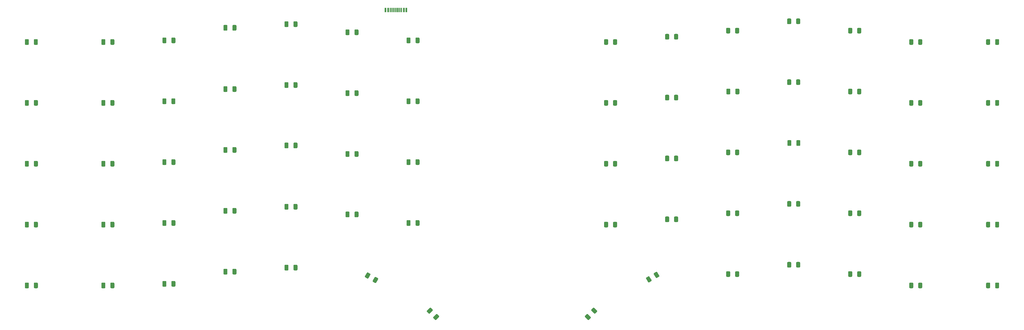
<source format=gbr>
%TF.GenerationSoftware,KiCad,Pcbnew,(5.1.10)-1*%
%TF.CreationDate,2021-08-08T19:29:01+02:00*%
%TF.ProjectId,T1,54312e6b-6963-4616-945f-706362585858,rev?*%
%TF.SameCoordinates,Original*%
%TF.FileFunction,Paste,Top*%
%TF.FilePolarity,Positive*%
%FSLAX46Y46*%
G04 Gerber Fmt 4.6, Leading zero omitted, Abs format (unit mm)*
G04 Created by KiCad (PCBNEW (5.1.10)-1) date 2021-08-08 19:29:01*
%MOMM*%
%LPD*%
G01*
G04 APERTURE LIST*
%ADD10R,0.600000X1.450000*%
%ADD11R,0.300000X1.450000*%
G04 APERTURE END LIST*
%TO.C,D68*%
G36*
G01*
X288181750Y-99990750D02*
X288181750Y-101240750D01*
G75*
G02*
X287931750Y-101490750I-250000J0D01*
G01*
X287181750Y-101490750D01*
G75*
G02*
X286931750Y-101240750I0J250000D01*
G01*
X286931750Y-99990750D01*
G75*
G02*
X287181750Y-99740750I250000J0D01*
G01*
X287931750Y-99740750D01*
G75*
G02*
X288181750Y-99990750I0J-250000D01*
G01*
G37*
G36*
G01*
X290981750Y-99990750D02*
X290981750Y-101240750D01*
G75*
G02*
X290731750Y-101490750I-250000J0D01*
G01*
X289981750Y-101490750D01*
G75*
G02*
X289731750Y-101240750I0J250000D01*
G01*
X289731750Y-99990750D01*
G75*
G02*
X289981750Y-99740750I250000J0D01*
G01*
X290731750Y-99740750D01*
G75*
G02*
X290981750Y-99990750I0J-250000D01*
G01*
G37*
%TD*%
%TO.C,D60*%
G36*
G01*
X245125750Y-134534750D02*
X245125750Y-135784750D01*
G75*
G02*
X244875750Y-136034750I-250000J0D01*
G01*
X244125750Y-136034750D01*
G75*
G02*
X243875750Y-135784750I0J250000D01*
G01*
X243875750Y-134534750D01*
G75*
G02*
X244125750Y-134284750I250000J0D01*
G01*
X244875750Y-134284750D01*
G75*
G02*
X245125750Y-134534750I0J-250000D01*
G01*
G37*
G36*
G01*
X247925750Y-134534750D02*
X247925750Y-135784750D01*
G75*
G02*
X247675750Y-136034750I-250000J0D01*
G01*
X246925750Y-136034750D01*
G75*
G02*
X246675750Y-135784750I0J250000D01*
G01*
X246675750Y-134534750D01*
G75*
G02*
X246925750Y-134284750I250000J0D01*
G01*
X247675750Y-134284750D01*
G75*
G02*
X247925750Y-134534750I0J-250000D01*
G01*
G37*
%TD*%
%TO.C,D45*%
G36*
G01*
X181858644Y-135959984D02*
X182483644Y-137042516D01*
G75*
G02*
X182392138Y-137384022I-216506J-125000D01*
G01*
X181742618Y-137759022D01*
G75*
G02*
X181401112Y-137667516I-125000J216506D01*
G01*
X180776112Y-136584984D01*
G75*
G02*
X180867618Y-136243478I216506J125000D01*
G01*
X181517138Y-135868478D01*
G75*
G02*
X181858644Y-135959984I125000J-216506D01*
G01*
G37*
G36*
G01*
X184283516Y-134559984D02*
X184908516Y-135642516D01*
G75*
G02*
X184817010Y-135984022I-216506J-125000D01*
G01*
X184167490Y-136359022D01*
G75*
G02*
X183825984Y-136267516I-125000J216506D01*
G01*
X183200984Y-135184984D01*
G75*
G02*
X183292490Y-134843478I216506J125000D01*
G01*
X183942010Y-134468478D01*
G75*
G02*
X184283516Y-134559984I125000J-216506D01*
G01*
G37*
%TD*%
D10*
%TO.C,J1*%
X99461250Y-52527250D03*
X100261250Y-52527250D03*
X105161250Y-52527250D03*
X105961250Y-52527250D03*
X105961250Y-52527250D03*
X105161250Y-52527250D03*
X100261250Y-52527250D03*
X99461250Y-52527250D03*
D11*
X104461250Y-52527250D03*
X103961250Y-52527250D03*
X103461250Y-52527250D03*
X102461250Y-52527250D03*
X101961250Y-52527250D03*
X101461250Y-52527250D03*
X100961250Y-52527250D03*
X102961250Y-52527250D03*
%TD*%
%TO.C,D70*%
G36*
G01*
X288181750Y-138090750D02*
X288181750Y-139340750D01*
G75*
G02*
X287931750Y-139590750I-250000J0D01*
G01*
X287181750Y-139590750D01*
G75*
G02*
X286931750Y-139340750I0J250000D01*
G01*
X286931750Y-138090750D01*
G75*
G02*
X287181750Y-137840750I250000J0D01*
G01*
X287931750Y-137840750D01*
G75*
G02*
X288181750Y-138090750I0J-250000D01*
G01*
G37*
G36*
G01*
X290981750Y-138090750D02*
X290981750Y-139340750D01*
G75*
G02*
X290731750Y-139590750I-250000J0D01*
G01*
X289981750Y-139590750D01*
G75*
G02*
X289731750Y-139340750I0J250000D01*
G01*
X289731750Y-138090750D01*
G75*
G02*
X289981750Y-137840750I250000J0D01*
G01*
X290731750Y-137840750D01*
G75*
G02*
X290981750Y-138090750I0J-250000D01*
G01*
G37*
%TD*%
%TO.C,D69*%
G36*
G01*
X288181750Y-119040750D02*
X288181750Y-120290750D01*
G75*
G02*
X287931750Y-120540750I-250000J0D01*
G01*
X287181750Y-120540750D01*
G75*
G02*
X286931750Y-120290750I0J250000D01*
G01*
X286931750Y-119040750D01*
G75*
G02*
X287181750Y-118790750I250000J0D01*
G01*
X287931750Y-118790750D01*
G75*
G02*
X288181750Y-119040750I0J-250000D01*
G01*
G37*
G36*
G01*
X290981750Y-119040750D02*
X290981750Y-120290750D01*
G75*
G02*
X290731750Y-120540750I-250000J0D01*
G01*
X289981750Y-120540750D01*
G75*
G02*
X289731750Y-120290750I0J250000D01*
G01*
X289731750Y-119040750D01*
G75*
G02*
X289981750Y-118790750I250000J0D01*
G01*
X290731750Y-118790750D01*
G75*
G02*
X290981750Y-119040750I0J-250000D01*
G01*
G37*
%TD*%
%TO.C,D67*%
G36*
G01*
X288181750Y-80940750D02*
X288181750Y-82190750D01*
G75*
G02*
X287931750Y-82440750I-250000J0D01*
G01*
X287181750Y-82440750D01*
G75*
G02*
X286931750Y-82190750I0J250000D01*
G01*
X286931750Y-80940750D01*
G75*
G02*
X287181750Y-80690750I250000J0D01*
G01*
X287931750Y-80690750D01*
G75*
G02*
X288181750Y-80940750I0J-250000D01*
G01*
G37*
G36*
G01*
X290981750Y-80940750D02*
X290981750Y-82190750D01*
G75*
G02*
X290731750Y-82440750I-250000J0D01*
G01*
X289981750Y-82440750D01*
G75*
G02*
X289731750Y-82190750I0J250000D01*
G01*
X289731750Y-80940750D01*
G75*
G02*
X289981750Y-80690750I250000J0D01*
G01*
X290731750Y-80690750D01*
G75*
G02*
X290981750Y-80940750I0J-250000D01*
G01*
G37*
%TD*%
%TO.C,D66*%
G36*
G01*
X288181750Y-61890750D02*
X288181750Y-63140750D01*
G75*
G02*
X287931750Y-63390750I-250000J0D01*
G01*
X287181750Y-63390750D01*
G75*
G02*
X286931750Y-63140750I0J250000D01*
G01*
X286931750Y-61890750D01*
G75*
G02*
X287181750Y-61640750I250000J0D01*
G01*
X287931750Y-61640750D01*
G75*
G02*
X288181750Y-61890750I0J-250000D01*
G01*
G37*
G36*
G01*
X290981750Y-61890750D02*
X290981750Y-63140750D01*
G75*
G02*
X290731750Y-63390750I-250000J0D01*
G01*
X289981750Y-63390750D01*
G75*
G02*
X289731750Y-63140750I0J250000D01*
G01*
X289731750Y-61890750D01*
G75*
G02*
X289981750Y-61640750I250000J0D01*
G01*
X290731750Y-61640750D01*
G75*
G02*
X290981750Y-61890750I0J-250000D01*
G01*
G37*
%TD*%
%TO.C,D65*%
G36*
G01*
X264178750Y-138090750D02*
X264178750Y-139340750D01*
G75*
G02*
X263928750Y-139590750I-250000J0D01*
G01*
X263178750Y-139590750D01*
G75*
G02*
X262928750Y-139340750I0J250000D01*
G01*
X262928750Y-138090750D01*
G75*
G02*
X263178750Y-137840750I250000J0D01*
G01*
X263928750Y-137840750D01*
G75*
G02*
X264178750Y-138090750I0J-250000D01*
G01*
G37*
G36*
G01*
X266978750Y-138090750D02*
X266978750Y-139340750D01*
G75*
G02*
X266728750Y-139590750I-250000J0D01*
G01*
X265978750Y-139590750D01*
G75*
G02*
X265728750Y-139340750I0J250000D01*
G01*
X265728750Y-138090750D01*
G75*
G02*
X265978750Y-137840750I250000J0D01*
G01*
X266728750Y-137840750D01*
G75*
G02*
X266978750Y-138090750I0J-250000D01*
G01*
G37*
%TD*%
%TO.C,D64*%
G36*
G01*
X264178750Y-119040750D02*
X264178750Y-120290750D01*
G75*
G02*
X263928750Y-120540750I-250000J0D01*
G01*
X263178750Y-120540750D01*
G75*
G02*
X262928750Y-120290750I0J250000D01*
G01*
X262928750Y-119040750D01*
G75*
G02*
X263178750Y-118790750I250000J0D01*
G01*
X263928750Y-118790750D01*
G75*
G02*
X264178750Y-119040750I0J-250000D01*
G01*
G37*
G36*
G01*
X266978750Y-119040750D02*
X266978750Y-120290750D01*
G75*
G02*
X266728750Y-120540750I-250000J0D01*
G01*
X265978750Y-120540750D01*
G75*
G02*
X265728750Y-120290750I0J250000D01*
G01*
X265728750Y-119040750D01*
G75*
G02*
X265978750Y-118790750I250000J0D01*
G01*
X266728750Y-118790750D01*
G75*
G02*
X266978750Y-119040750I0J-250000D01*
G01*
G37*
%TD*%
%TO.C,D63*%
G36*
G01*
X264175750Y-99990750D02*
X264175750Y-101240750D01*
G75*
G02*
X263925750Y-101490750I-250000J0D01*
G01*
X263175750Y-101490750D01*
G75*
G02*
X262925750Y-101240750I0J250000D01*
G01*
X262925750Y-99990750D01*
G75*
G02*
X263175750Y-99740750I250000J0D01*
G01*
X263925750Y-99740750D01*
G75*
G02*
X264175750Y-99990750I0J-250000D01*
G01*
G37*
G36*
G01*
X266975750Y-99990750D02*
X266975750Y-101240750D01*
G75*
G02*
X266725750Y-101490750I-250000J0D01*
G01*
X265975750Y-101490750D01*
G75*
G02*
X265725750Y-101240750I0J250000D01*
G01*
X265725750Y-99990750D01*
G75*
G02*
X265975750Y-99740750I250000J0D01*
G01*
X266725750Y-99740750D01*
G75*
G02*
X266975750Y-99990750I0J-250000D01*
G01*
G37*
%TD*%
%TO.C,D62*%
G36*
G01*
X264178750Y-80940750D02*
X264178750Y-82190750D01*
G75*
G02*
X263928750Y-82440750I-250000J0D01*
G01*
X263178750Y-82440750D01*
G75*
G02*
X262928750Y-82190750I0J250000D01*
G01*
X262928750Y-80940750D01*
G75*
G02*
X263178750Y-80690750I250000J0D01*
G01*
X263928750Y-80690750D01*
G75*
G02*
X264178750Y-80940750I0J-250000D01*
G01*
G37*
G36*
G01*
X266978750Y-80940750D02*
X266978750Y-82190750D01*
G75*
G02*
X266728750Y-82440750I-250000J0D01*
G01*
X265978750Y-82440750D01*
G75*
G02*
X265728750Y-82190750I0J250000D01*
G01*
X265728750Y-80940750D01*
G75*
G02*
X265978750Y-80690750I250000J0D01*
G01*
X266728750Y-80690750D01*
G75*
G02*
X266978750Y-80940750I0J-250000D01*
G01*
G37*
%TD*%
%TO.C,D61*%
G36*
G01*
X264178750Y-61890750D02*
X264178750Y-63140750D01*
G75*
G02*
X263928750Y-63390750I-250000J0D01*
G01*
X263178750Y-63390750D01*
G75*
G02*
X262928750Y-63140750I0J250000D01*
G01*
X262928750Y-61890750D01*
G75*
G02*
X263178750Y-61640750I250000J0D01*
G01*
X263928750Y-61640750D01*
G75*
G02*
X264178750Y-61890750I0J-250000D01*
G01*
G37*
G36*
G01*
X266978750Y-61890750D02*
X266978750Y-63140750D01*
G75*
G02*
X266728750Y-63390750I-250000J0D01*
G01*
X265978750Y-63390750D01*
G75*
G02*
X265728750Y-63140750I0J250000D01*
G01*
X265728750Y-61890750D01*
G75*
G02*
X265978750Y-61640750I250000J0D01*
G01*
X266728750Y-61640750D01*
G75*
G02*
X266978750Y-61890750I0J-250000D01*
G01*
G37*
%TD*%
%TO.C,D59*%
G36*
G01*
X245128750Y-115484750D02*
X245128750Y-116734750D01*
G75*
G02*
X244878750Y-116984750I-250000J0D01*
G01*
X244128750Y-116984750D01*
G75*
G02*
X243878750Y-116734750I0J250000D01*
G01*
X243878750Y-115484750D01*
G75*
G02*
X244128750Y-115234750I250000J0D01*
G01*
X244878750Y-115234750D01*
G75*
G02*
X245128750Y-115484750I0J-250000D01*
G01*
G37*
G36*
G01*
X247928750Y-115484750D02*
X247928750Y-116734750D01*
G75*
G02*
X247678750Y-116984750I-250000J0D01*
G01*
X246928750Y-116984750D01*
G75*
G02*
X246678750Y-116734750I0J250000D01*
G01*
X246678750Y-115484750D01*
G75*
G02*
X246928750Y-115234750I250000J0D01*
G01*
X247678750Y-115234750D01*
G75*
G02*
X247928750Y-115484750I0J-250000D01*
G01*
G37*
%TD*%
%TO.C,D58*%
G36*
G01*
X245128750Y-96434750D02*
X245128750Y-97684750D01*
G75*
G02*
X244878750Y-97934750I-250000J0D01*
G01*
X244128750Y-97934750D01*
G75*
G02*
X243878750Y-97684750I0J250000D01*
G01*
X243878750Y-96434750D01*
G75*
G02*
X244128750Y-96184750I250000J0D01*
G01*
X244878750Y-96184750D01*
G75*
G02*
X245128750Y-96434750I0J-250000D01*
G01*
G37*
G36*
G01*
X247928750Y-96434750D02*
X247928750Y-97684750D01*
G75*
G02*
X247678750Y-97934750I-250000J0D01*
G01*
X246928750Y-97934750D01*
G75*
G02*
X246678750Y-97684750I0J250000D01*
G01*
X246678750Y-96434750D01*
G75*
G02*
X246928750Y-96184750I250000J0D01*
G01*
X247678750Y-96184750D01*
G75*
G02*
X247928750Y-96434750I0J-250000D01*
G01*
G37*
%TD*%
%TO.C,D57*%
G36*
G01*
X245128750Y-77384750D02*
X245128750Y-78634750D01*
G75*
G02*
X244878750Y-78884750I-250000J0D01*
G01*
X244128750Y-78884750D01*
G75*
G02*
X243878750Y-78634750I0J250000D01*
G01*
X243878750Y-77384750D01*
G75*
G02*
X244128750Y-77134750I250000J0D01*
G01*
X244878750Y-77134750D01*
G75*
G02*
X245128750Y-77384750I0J-250000D01*
G01*
G37*
G36*
G01*
X247928750Y-77384750D02*
X247928750Y-78634750D01*
G75*
G02*
X247678750Y-78884750I-250000J0D01*
G01*
X246928750Y-78884750D01*
G75*
G02*
X246678750Y-78634750I0J250000D01*
G01*
X246678750Y-77384750D01*
G75*
G02*
X246928750Y-77134750I250000J0D01*
G01*
X247678750Y-77134750D01*
G75*
G02*
X247928750Y-77384750I0J-250000D01*
G01*
G37*
%TD*%
%TO.C,D56*%
G36*
G01*
X245128750Y-58334750D02*
X245128750Y-59584750D01*
G75*
G02*
X244878750Y-59834750I-250000J0D01*
G01*
X244128750Y-59834750D01*
G75*
G02*
X243878750Y-59584750I0J250000D01*
G01*
X243878750Y-58334750D01*
G75*
G02*
X244128750Y-58084750I250000J0D01*
G01*
X244878750Y-58084750D01*
G75*
G02*
X245128750Y-58334750I0J-250000D01*
G01*
G37*
G36*
G01*
X247928750Y-58334750D02*
X247928750Y-59584750D01*
G75*
G02*
X247678750Y-59834750I-250000J0D01*
G01*
X246928750Y-59834750D01*
G75*
G02*
X246678750Y-59584750I0J250000D01*
G01*
X246678750Y-58334750D01*
G75*
G02*
X246928750Y-58084750I250000J0D01*
G01*
X247678750Y-58084750D01*
G75*
G02*
X247928750Y-58334750I0J-250000D01*
G01*
G37*
%TD*%
%TO.C,D55*%
G36*
G01*
X226078750Y-131613750D02*
X226078750Y-132863750D01*
G75*
G02*
X225828750Y-133113750I-250000J0D01*
G01*
X225078750Y-133113750D01*
G75*
G02*
X224828750Y-132863750I0J250000D01*
G01*
X224828750Y-131613750D01*
G75*
G02*
X225078750Y-131363750I250000J0D01*
G01*
X225828750Y-131363750D01*
G75*
G02*
X226078750Y-131613750I0J-250000D01*
G01*
G37*
G36*
G01*
X228878750Y-131613750D02*
X228878750Y-132863750D01*
G75*
G02*
X228628750Y-133113750I-250000J0D01*
G01*
X227878750Y-133113750D01*
G75*
G02*
X227628750Y-132863750I0J250000D01*
G01*
X227628750Y-131613750D01*
G75*
G02*
X227878750Y-131363750I250000J0D01*
G01*
X228628750Y-131363750D01*
G75*
G02*
X228878750Y-131613750I0J-250000D01*
G01*
G37*
%TD*%
%TO.C,D54*%
G36*
G01*
X226078750Y-112563750D02*
X226078750Y-113813750D01*
G75*
G02*
X225828750Y-114063750I-250000J0D01*
G01*
X225078750Y-114063750D01*
G75*
G02*
X224828750Y-113813750I0J250000D01*
G01*
X224828750Y-112563750D01*
G75*
G02*
X225078750Y-112313750I250000J0D01*
G01*
X225828750Y-112313750D01*
G75*
G02*
X226078750Y-112563750I0J-250000D01*
G01*
G37*
G36*
G01*
X228878750Y-112563750D02*
X228878750Y-113813750D01*
G75*
G02*
X228628750Y-114063750I-250000J0D01*
G01*
X227878750Y-114063750D01*
G75*
G02*
X227628750Y-113813750I0J250000D01*
G01*
X227628750Y-112563750D01*
G75*
G02*
X227878750Y-112313750I250000J0D01*
G01*
X228628750Y-112313750D01*
G75*
G02*
X228878750Y-112563750I0J-250000D01*
G01*
G37*
%TD*%
%TO.C,D53*%
G36*
G01*
X226139250Y-93513750D02*
X226139250Y-94763750D01*
G75*
G02*
X225889250Y-95013750I-250000J0D01*
G01*
X225139250Y-95013750D01*
G75*
G02*
X224889250Y-94763750I0J250000D01*
G01*
X224889250Y-93513750D01*
G75*
G02*
X225139250Y-93263750I250000J0D01*
G01*
X225889250Y-93263750D01*
G75*
G02*
X226139250Y-93513750I0J-250000D01*
G01*
G37*
G36*
G01*
X228939250Y-93513750D02*
X228939250Y-94763750D01*
G75*
G02*
X228689250Y-95013750I-250000J0D01*
G01*
X227939250Y-95013750D01*
G75*
G02*
X227689250Y-94763750I0J250000D01*
G01*
X227689250Y-93513750D01*
G75*
G02*
X227939250Y-93263750I250000J0D01*
G01*
X228689250Y-93263750D01*
G75*
G02*
X228939250Y-93513750I0J-250000D01*
G01*
G37*
%TD*%
%TO.C,D52*%
G36*
G01*
X226078750Y-74463750D02*
X226078750Y-75713750D01*
G75*
G02*
X225828750Y-75963750I-250000J0D01*
G01*
X225078750Y-75963750D01*
G75*
G02*
X224828750Y-75713750I0J250000D01*
G01*
X224828750Y-74463750D01*
G75*
G02*
X225078750Y-74213750I250000J0D01*
G01*
X225828750Y-74213750D01*
G75*
G02*
X226078750Y-74463750I0J-250000D01*
G01*
G37*
G36*
G01*
X228878750Y-74463750D02*
X228878750Y-75713750D01*
G75*
G02*
X228628750Y-75963750I-250000J0D01*
G01*
X227878750Y-75963750D01*
G75*
G02*
X227628750Y-75713750I0J250000D01*
G01*
X227628750Y-74463750D01*
G75*
G02*
X227878750Y-74213750I250000J0D01*
G01*
X228628750Y-74213750D01*
G75*
G02*
X228878750Y-74463750I0J-250000D01*
G01*
G37*
%TD*%
%TO.C,D51*%
G36*
G01*
X226075750Y-55413750D02*
X226075750Y-56663750D01*
G75*
G02*
X225825750Y-56913750I-250000J0D01*
G01*
X225075750Y-56913750D01*
G75*
G02*
X224825750Y-56663750I0J250000D01*
G01*
X224825750Y-55413750D01*
G75*
G02*
X225075750Y-55163750I250000J0D01*
G01*
X225825750Y-55163750D01*
G75*
G02*
X226075750Y-55413750I0J-250000D01*
G01*
G37*
G36*
G01*
X228875750Y-55413750D02*
X228875750Y-56663750D01*
G75*
G02*
X228625750Y-56913750I-250000J0D01*
G01*
X227875750Y-56913750D01*
G75*
G02*
X227625750Y-56663750I0J250000D01*
G01*
X227625750Y-55413750D01*
G75*
G02*
X227875750Y-55163750I250000J0D01*
G01*
X228625750Y-55163750D01*
G75*
G02*
X228875750Y-55413750I0J-250000D01*
G01*
G37*
%TD*%
%TO.C,D50*%
G36*
G01*
X207028750Y-134534750D02*
X207028750Y-135784750D01*
G75*
G02*
X206778750Y-136034750I-250000J0D01*
G01*
X206028750Y-136034750D01*
G75*
G02*
X205778750Y-135784750I0J250000D01*
G01*
X205778750Y-134534750D01*
G75*
G02*
X206028750Y-134284750I250000J0D01*
G01*
X206778750Y-134284750D01*
G75*
G02*
X207028750Y-134534750I0J-250000D01*
G01*
G37*
G36*
G01*
X209828750Y-134534750D02*
X209828750Y-135784750D01*
G75*
G02*
X209578750Y-136034750I-250000J0D01*
G01*
X208828750Y-136034750D01*
G75*
G02*
X208578750Y-135784750I0J250000D01*
G01*
X208578750Y-134534750D01*
G75*
G02*
X208828750Y-134284750I250000J0D01*
G01*
X209578750Y-134284750D01*
G75*
G02*
X209828750Y-134534750I0J-250000D01*
G01*
G37*
%TD*%
%TO.C,D49*%
G36*
G01*
X207028750Y-115484750D02*
X207028750Y-116734750D01*
G75*
G02*
X206778750Y-116984750I-250000J0D01*
G01*
X206028750Y-116984750D01*
G75*
G02*
X205778750Y-116734750I0J250000D01*
G01*
X205778750Y-115484750D01*
G75*
G02*
X206028750Y-115234750I250000J0D01*
G01*
X206778750Y-115234750D01*
G75*
G02*
X207028750Y-115484750I0J-250000D01*
G01*
G37*
G36*
G01*
X209828750Y-115484750D02*
X209828750Y-116734750D01*
G75*
G02*
X209578750Y-116984750I-250000J0D01*
G01*
X208828750Y-116984750D01*
G75*
G02*
X208578750Y-116734750I0J250000D01*
G01*
X208578750Y-115484750D01*
G75*
G02*
X208828750Y-115234750I250000J0D01*
G01*
X209578750Y-115234750D01*
G75*
G02*
X209828750Y-115484750I0J-250000D01*
G01*
G37*
%TD*%
%TO.C,D48*%
G36*
G01*
X207028750Y-96434750D02*
X207028750Y-97684750D01*
G75*
G02*
X206778750Y-97934750I-250000J0D01*
G01*
X206028750Y-97934750D01*
G75*
G02*
X205778750Y-97684750I0J250000D01*
G01*
X205778750Y-96434750D01*
G75*
G02*
X206028750Y-96184750I250000J0D01*
G01*
X206778750Y-96184750D01*
G75*
G02*
X207028750Y-96434750I0J-250000D01*
G01*
G37*
G36*
G01*
X209828750Y-96434750D02*
X209828750Y-97684750D01*
G75*
G02*
X209578750Y-97934750I-250000J0D01*
G01*
X208828750Y-97934750D01*
G75*
G02*
X208578750Y-97684750I0J250000D01*
G01*
X208578750Y-96434750D01*
G75*
G02*
X208828750Y-96184750I250000J0D01*
G01*
X209578750Y-96184750D01*
G75*
G02*
X209828750Y-96434750I0J-250000D01*
G01*
G37*
%TD*%
%TO.C,D47*%
G36*
G01*
X207092250Y-77384750D02*
X207092250Y-78634750D01*
G75*
G02*
X206842250Y-78884750I-250000J0D01*
G01*
X206092250Y-78884750D01*
G75*
G02*
X205842250Y-78634750I0J250000D01*
G01*
X205842250Y-77384750D01*
G75*
G02*
X206092250Y-77134750I250000J0D01*
G01*
X206842250Y-77134750D01*
G75*
G02*
X207092250Y-77384750I0J-250000D01*
G01*
G37*
G36*
G01*
X209892250Y-77384750D02*
X209892250Y-78634750D01*
G75*
G02*
X209642250Y-78884750I-250000J0D01*
G01*
X208892250Y-78884750D01*
G75*
G02*
X208642250Y-78634750I0J250000D01*
G01*
X208642250Y-77384750D01*
G75*
G02*
X208892250Y-77134750I250000J0D01*
G01*
X209642250Y-77134750D01*
G75*
G02*
X209892250Y-77384750I0J-250000D01*
G01*
G37*
%TD*%
%TO.C,D46*%
G36*
G01*
X207028750Y-58334750D02*
X207028750Y-59584750D01*
G75*
G02*
X206778750Y-59834750I-250000J0D01*
G01*
X206028750Y-59834750D01*
G75*
G02*
X205778750Y-59584750I0J250000D01*
G01*
X205778750Y-58334750D01*
G75*
G02*
X206028750Y-58084750I250000J0D01*
G01*
X206778750Y-58084750D01*
G75*
G02*
X207028750Y-58334750I0J-250000D01*
G01*
G37*
G36*
G01*
X209828750Y-58334750D02*
X209828750Y-59584750D01*
G75*
G02*
X209578750Y-59834750I-250000J0D01*
G01*
X208828750Y-59834750D01*
G75*
G02*
X208578750Y-59584750I0J250000D01*
G01*
X208578750Y-58334750D01*
G75*
G02*
X208828750Y-58084750I250000J0D01*
G01*
X209578750Y-58084750D01*
G75*
G02*
X209828750Y-58334750I0J-250000D01*
G01*
G37*
%TD*%
%TO.C,D44*%
G36*
G01*
X187978750Y-117389750D02*
X187978750Y-118639750D01*
G75*
G02*
X187728750Y-118889750I-250000J0D01*
G01*
X186978750Y-118889750D01*
G75*
G02*
X186728750Y-118639750I0J250000D01*
G01*
X186728750Y-117389750D01*
G75*
G02*
X186978750Y-117139750I250000J0D01*
G01*
X187728750Y-117139750D01*
G75*
G02*
X187978750Y-117389750I0J-250000D01*
G01*
G37*
G36*
G01*
X190778750Y-117389750D02*
X190778750Y-118639750D01*
G75*
G02*
X190528750Y-118889750I-250000J0D01*
G01*
X189778750Y-118889750D01*
G75*
G02*
X189528750Y-118639750I0J250000D01*
G01*
X189528750Y-117389750D01*
G75*
G02*
X189778750Y-117139750I250000J0D01*
G01*
X190528750Y-117139750D01*
G75*
G02*
X190778750Y-117389750I0J-250000D01*
G01*
G37*
%TD*%
%TO.C,D43*%
G36*
G01*
X187978750Y-98339750D02*
X187978750Y-99589750D01*
G75*
G02*
X187728750Y-99839750I-250000J0D01*
G01*
X186978750Y-99839750D01*
G75*
G02*
X186728750Y-99589750I0J250000D01*
G01*
X186728750Y-98339750D01*
G75*
G02*
X186978750Y-98089750I250000J0D01*
G01*
X187728750Y-98089750D01*
G75*
G02*
X187978750Y-98339750I0J-250000D01*
G01*
G37*
G36*
G01*
X190778750Y-98339750D02*
X190778750Y-99589750D01*
G75*
G02*
X190528750Y-99839750I-250000J0D01*
G01*
X189778750Y-99839750D01*
G75*
G02*
X189528750Y-99589750I0J250000D01*
G01*
X189528750Y-98339750D01*
G75*
G02*
X189778750Y-98089750I250000J0D01*
G01*
X190528750Y-98089750D01*
G75*
G02*
X190778750Y-98339750I0J-250000D01*
G01*
G37*
%TD*%
%TO.C,D42*%
G36*
G01*
X187978750Y-79289750D02*
X187978750Y-80539750D01*
G75*
G02*
X187728750Y-80789750I-250000J0D01*
G01*
X186978750Y-80789750D01*
G75*
G02*
X186728750Y-80539750I0J250000D01*
G01*
X186728750Y-79289750D01*
G75*
G02*
X186978750Y-79039750I250000J0D01*
G01*
X187728750Y-79039750D01*
G75*
G02*
X187978750Y-79289750I0J-250000D01*
G01*
G37*
G36*
G01*
X190778750Y-79289750D02*
X190778750Y-80539750D01*
G75*
G02*
X190528750Y-80789750I-250000J0D01*
G01*
X189778750Y-80789750D01*
G75*
G02*
X189528750Y-80539750I0J250000D01*
G01*
X189528750Y-79289750D01*
G75*
G02*
X189778750Y-79039750I250000J0D01*
G01*
X190528750Y-79039750D01*
G75*
G02*
X190778750Y-79289750I0J-250000D01*
G01*
G37*
%TD*%
%TO.C,D41*%
G36*
G01*
X187978750Y-60239750D02*
X187978750Y-61489750D01*
G75*
G02*
X187728750Y-61739750I-250000J0D01*
G01*
X186978750Y-61739750D01*
G75*
G02*
X186728750Y-61489750I0J250000D01*
G01*
X186728750Y-60239750D01*
G75*
G02*
X186978750Y-59989750I250000J0D01*
G01*
X187728750Y-59989750D01*
G75*
G02*
X187978750Y-60239750I0J-250000D01*
G01*
G37*
G36*
G01*
X190778750Y-60239750D02*
X190778750Y-61489750D01*
G75*
G02*
X190528750Y-61739750I-250000J0D01*
G01*
X189778750Y-61739750D01*
G75*
G02*
X189528750Y-61489750I0J250000D01*
G01*
X189528750Y-60239750D01*
G75*
G02*
X189778750Y-59989750I250000J0D01*
G01*
X190528750Y-59989750D01*
G75*
G02*
X190778750Y-60239750I0J-250000D01*
G01*
G37*
%TD*%
%TO.C,D40*%
G36*
G01*
X162617801Y-147711815D02*
X163501685Y-148595699D01*
G75*
G02*
X163501685Y-148949253I-176777J-176777D01*
G01*
X162971355Y-149479583D01*
G75*
G02*
X162617801Y-149479583I-176777J176777D01*
G01*
X161733917Y-148595699D01*
G75*
G02*
X161733917Y-148242145I176777J176777D01*
G01*
X162264247Y-147711815D01*
G75*
G02*
X162617801Y-147711815I176777J-176777D01*
G01*
G37*
G36*
G01*
X164597699Y-145731917D02*
X165481583Y-146615801D01*
G75*
G02*
X165481583Y-146969355I-176777J-176777D01*
G01*
X164951253Y-147499685D01*
G75*
G02*
X164597699Y-147499685I-176777J176777D01*
G01*
X163713815Y-146615801D01*
G75*
G02*
X163713815Y-146262247I176777J176777D01*
G01*
X164244145Y-145731917D01*
G75*
G02*
X164597699Y-145731917I176777J-176777D01*
G01*
G37*
%TD*%
%TO.C,D39*%
G36*
G01*
X168928750Y-119040750D02*
X168928750Y-120290750D01*
G75*
G02*
X168678750Y-120540750I-250000J0D01*
G01*
X167928750Y-120540750D01*
G75*
G02*
X167678750Y-120290750I0J250000D01*
G01*
X167678750Y-119040750D01*
G75*
G02*
X167928750Y-118790750I250000J0D01*
G01*
X168678750Y-118790750D01*
G75*
G02*
X168928750Y-119040750I0J-250000D01*
G01*
G37*
G36*
G01*
X171728750Y-119040750D02*
X171728750Y-120290750D01*
G75*
G02*
X171478750Y-120540750I-250000J0D01*
G01*
X170728750Y-120540750D01*
G75*
G02*
X170478750Y-120290750I0J250000D01*
G01*
X170478750Y-119040750D01*
G75*
G02*
X170728750Y-118790750I250000J0D01*
G01*
X171478750Y-118790750D01*
G75*
G02*
X171728750Y-119040750I0J-250000D01*
G01*
G37*
%TD*%
%TO.C,D38*%
G36*
G01*
X168928750Y-99990750D02*
X168928750Y-101240750D01*
G75*
G02*
X168678750Y-101490750I-250000J0D01*
G01*
X167928750Y-101490750D01*
G75*
G02*
X167678750Y-101240750I0J250000D01*
G01*
X167678750Y-99990750D01*
G75*
G02*
X167928750Y-99740750I250000J0D01*
G01*
X168678750Y-99740750D01*
G75*
G02*
X168928750Y-99990750I0J-250000D01*
G01*
G37*
G36*
G01*
X171728750Y-99990750D02*
X171728750Y-101240750D01*
G75*
G02*
X171478750Y-101490750I-250000J0D01*
G01*
X170728750Y-101490750D01*
G75*
G02*
X170478750Y-101240750I0J250000D01*
G01*
X170478750Y-99990750D01*
G75*
G02*
X170728750Y-99740750I250000J0D01*
G01*
X171478750Y-99740750D01*
G75*
G02*
X171728750Y-99990750I0J-250000D01*
G01*
G37*
%TD*%
%TO.C,D37*%
G36*
G01*
X168928750Y-80940750D02*
X168928750Y-82190750D01*
G75*
G02*
X168678750Y-82440750I-250000J0D01*
G01*
X167928750Y-82440750D01*
G75*
G02*
X167678750Y-82190750I0J250000D01*
G01*
X167678750Y-80940750D01*
G75*
G02*
X167928750Y-80690750I250000J0D01*
G01*
X168678750Y-80690750D01*
G75*
G02*
X168928750Y-80940750I0J-250000D01*
G01*
G37*
G36*
G01*
X171728750Y-80940750D02*
X171728750Y-82190750D01*
G75*
G02*
X171478750Y-82440750I-250000J0D01*
G01*
X170728750Y-82440750D01*
G75*
G02*
X170478750Y-82190750I0J250000D01*
G01*
X170478750Y-80940750D01*
G75*
G02*
X170728750Y-80690750I250000J0D01*
G01*
X171478750Y-80690750D01*
G75*
G02*
X171728750Y-80940750I0J-250000D01*
G01*
G37*
%TD*%
%TO.C,D36*%
G36*
G01*
X168928750Y-61890750D02*
X168928750Y-63140750D01*
G75*
G02*
X168678750Y-63390750I-250000J0D01*
G01*
X167928750Y-63390750D01*
G75*
G02*
X167678750Y-63140750I0J250000D01*
G01*
X167678750Y-61890750D01*
G75*
G02*
X167928750Y-61640750I250000J0D01*
G01*
X168678750Y-61640750D01*
G75*
G02*
X168928750Y-61890750I0J-250000D01*
G01*
G37*
G36*
G01*
X171728750Y-61890750D02*
X171728750Y-63140750D01*
G75*
G02*
X171478750Y-63390750I-250000J0D01*
G01*
X170728750Y-63390750D01*
G75*
G02*
X170478750Y-63140750I0J250000D01*
G01*
X170478750Y-61890750D01*
G75*
G02*
X170728750Y-61640750I250000J0D01*
G01*
X171478750Y-61640750D01*
G75*
G02*
X171728750Y-61890750I0J-250000D01*
G01*
G37*
%TD*%
%TO.C,D35*%
G36*
G01*
X114374315Y-148595699D02*
X115258199Y-147711815D01*
G75*
G02*
X115611753Y-147711815I176777J-176777D01*
G01*
X116142083Y-148242145D01*
G75*
G02*
X116142083Y-148595699I-176777J-176777D01*
G01*
X115258199Y-149479583D01*
G75*
G02*
X114904645Y-149479583I-176777J176777D01*
G01*
X114374315Y-148949253D01*
G75*
G02*
X114374315Y-148595699I176777J176777D01*
G01*
G37*
G36*
G01*
X112394417Y-146615801D02*
X113278301Y-145731917D01*
G75*
G02*
X113631855Y-145731917I176777J-176777D01*
G01*
X114162185Y-146262247D01*
G75*
G02*
X114162185Y-146615801I-176777J-176777D01*
G01*
X113278301Y-147499685D01*
G75*
G02*
X112924747Y-147499685I-176777J176777D01*
G01*
X112394417Y-146969355D01*
G75*
G02*
X112394417Y-146615801I176777J176777D01*
G01*
G37*
%TD*%
%TO.C,D34*%
G36*
G01*
X108820250Y-119782750D02*
X108820250Y-118532750D01*
G75*
G02*
X109070250Y-118282750I250000J0D01*
G01*
X109820250Y-118282750D01*
G75*
G02*
X110070250Y-118532750I0J-250000D01*
G01*
X110070250Y-119782750D01*
G75*
G02*
X109820250Y-120032750I-250000J0D01*
G01*
X109070250Y-120032750D01*
G75*
G02*
X108820250Y-119782750I0J250000D01*
G01*
G37*
G36*
G01*
X106020250Y-119782750D02*
X106020250Y-118532750D01*
G75*
G02*
X106270250Y-118282750I250000J0D01*
G01*
X107020250Y-118282750D01*
G75*
G02*
X107270250Y-118532750I0J-250000D01*
G01*
X107270250Y-119782750D01*
G75*
G02*
X107020250Y-120032750I-250000J0D01*
G01*
X106270250Y-120032750D01*
G75*
G02*
X106020250Y-119782750I0J250000D01*
G01*
G37*
%TD*%
%TO.C,D33*%
G36*
G01*
X108820250Y-100732750D02*
X108820250Y-99482750D01*
G75*
G02*
X109070250Y-99232750I250000J0D01*
G01*
X109820250Y-99232750D01*
G75*
G02*
X110070250Y-99482750I0J-250000D01*
G01*
X110070250Y-100732750D01*
G75*
G02*
X109820250Y-100982750I-250000J0D01*
G01*
X109070250Y-100982750D01*
G75*
G02*
X108820250Y-100732750I0J250000D01*
G01*
G37*
G36*
G01*
X106020250Y-100732750D02*
X106020250Y-99482750D01*
G75*
G02*
X106270250Y-99232750I250000J0D01*
G01*
X107020250Y-99232750D01*
G75*
G02*
X107270250Y-99482750I0J-250000D01*
G01*
X107270250Y-100732750D01*
G75*
G02*
X107020250Y-100982750I-250000J0D01*
G01*
X106270250Y-100982750D01*
G75*
G02*
X106020250Y-100732750I0J250000D01*
G01*
G37*
%TD*%
%TO.C,D32*%
G36*
G01*
X108820250Y-81682750D02*
X108820250Y-80432750D01*
G75*
G02*
X109070250Y-80182750I250000J0D01*
G01*
X109820250Y-80182750D01*
G75*
G02*
X110070250Y-80432750I0J-250000D01*
G01*
X110070250Y-81682750D01*
G75*
G02*
X109820250Y-81932750I-250000J0D01*
G01*
X109070250Y-81932750D01*
G75*
G02*
X108820250Y-81682750I0J250000D01*
G01*
G37*
G36*
G01*
X106020250Y-81682750D02*
X106020250Y-80432750D01*
G75*
G02*
X106270250Y-80182750I250000J0D01*
G01*
X107020250Y-80182750D01*
G75*
G02*
X107270250Y-80432750I0J-250000D01*
G01*
X107270250Y-81682750D01*
G75*
G02*
X107020250Y-81932750I-250000J0D01*
G01*
X106270250Y-81932750D01*
G75*
G02*
X106020250Y-81682750I0J250000D01*
G01*
G37*
%TD*%
%TO.C,D31*%
G36*
G01*
X108820250Y-62632750D02*
X108820250Y-61382750D01*
G75*
G02*
X109070250Y-61132750I250000J0D01*
G01*
X109820250Y-61132750D01*
G75*
G02*
X110070250Y-61382750I0J-250000D01*
G01*
X110070250Y-62632750D01*
G75*
G02*
X109820250Y-62882750I-250000J0D01*
G01*
X109070250Y-62882750D01*
G75*
G02*
X108820250Y-62632750I0J250000D01*
G01*
G37*
G36*
G01*
X106020250Y-62632750D02*
X106020250Y-61382750D01*
G75*
G02*
X106270250Y-61132750I250000J0D01*
G01*
X107020250Y-61132750D01*
G75*
G02*
X107270250Y-61382750I0J-250000D01*
G01*
X107270250Y-62632750D01*
G75*
G02*
X107020250Y-62882750I-250000J0D01*
G01*
X106270250Y-62882750D01*
G75*
G02*
X106020250Y-62632750I0J250000D01*
G01*
G37*
%TD*%
%TO.C,D30*%
G36*
G01*
X95449920Y-137231516D02*
X96074920Y-136148984D01*
G75*
G02*
X96416426Y-136057478I216506J-125000D01*
G01*
X97065946Y-136432478D01*
G75*
G02*
X97157452Y-136773984I-125000J-216506D01*
G01*
X96532452Y-137856516D01*
G75*
G02*
X96190946Y-137948022I-216506J125000D01*
G01*
X95541426Y-137573022D01*
G75*
G02*
X95449920Y-137231516I125000J216506D01*
G01*
G37*
G36*
G01*
X93025048Y-135831516D02*
X93650048Y-134748984D01*
G75*
G02*
X93991554Y-134657478I216506J-125000D01*
G01*
X94641074Y-135032478D01*
G75*
G02*
X94732580Y-135373984I-125000J-216506D01*
G01*
X94107580Y-136456516D01*
G75*
G02*
X93766074Y-136548022I-216506J125000D01*
G01*
X93116554Y-136173022D01*
G75*
G02*
X93025048Y-135831516I125000J216506D01*
G01*
G37*
%TD*%
%TO.C,D29*%
G36*
G01*
X89770250Y-117115750D02*
X89770250Y-115865750D01*
G75*
G02*
X90020250Y-115615750I250000J0D01*
G01*
X90770250Y-115615750D01*
G75*
G02*
X91020250Y-115865750I0J-250000D01*
G01*
X91020250Y-117115750D01*
G75*
G02*
X90770250Y-117365750I-250000J0D01*
G01*
X90020250Y-117365750D01*
G75*
G02*
X89770250Y-117115750I0J250000D01*
G01*
G37*
G36*
G01*
X86970250Y-117115750D02*
X86970250Y-115865750D01*
G75*
G02*
X87220250Y-115615750I250000J0D01*
G01*
X87970250Y-115615750D01*
G75*
G02*
X88220250Y-115865750I0J-250000D01*
G01*
X88220250Y-117115750D01*
G75*
G02*
X87970250Y-117365750I-250000J0D01*
G01*
X87220250Y-117365750D01*
G75*
G02*
X86970250Y-117115750I0J250000D01*
G01*
G37*
%TD*%
%TO.C,D28*%
G36*
G01*
X89770250Y-98192750D02*
X89770250Y-96942750D01*
G75*
G02*
X90020250Y-96692750I250000J0D01*
G01*
X90770250Y-96692750D01*
G75*
G02*
X91020250Y-96942750I0J-250000D01*
G01*
X91020250Y-98192750D01*
G75*
G02*
X90770250Y-98442750I-250000J0D01*
G01*
X90020250Y-98442750D01*
G75*
G02*
X89770250Y-98192750I0J250000D01*
G01*
G37*
G36*
G01*
X86970250Y-98192750D02*
X86970250Y-96942750D01*
G75*
G02*
X87220250Y-96692750I250000J0D01*
G01*
X87970250Y-96692750D01*
G75*
G02*
X88220250Y-96942750I0J-250000D01*
G01*
X88220250Y-98192750D01*
G75*
G02*
X87970250Y-98442750I-250000J0D01*
G01*
X87220250Y-98442750D01*
G75*
G02*
X86970250Y-98192750I0J250000D01*
G01*
G37*
%TD*%
%TO.C,D27*%
G36*
G01*
X89770250Y-79142750D02*
X89770250Y-77892750D01*
G75*
G02*
X90020250Y-77642750I250000J0D01*
G01*
X90770250Y-77642750D01*
G75*
G02*
X91020250Y-77892750I0J-250000D01*
G01*
X91020250Y-79142750D01*
G75*
G02*
X90770250Y-79392750I-250000J0D01*
G01*
X90020250Y-79392750D01*
G75*
G02*
X89770250Y-79142750I0J250000D01*
G01*
G37*
G36*
G01*
X86970250Y-79142750D02*
X86970250Y-77892750D01*
G75*
G02*
X87220250Y-77642750I250000J0D01*
G01*
X87970250Y-77642750D01*
G75*
G02*
X88220250Y-77892750I0J-250000D01*
G01*
X88220250Y-79142750D01*
G75*
G02*
X87970250Y-79392750I-250000J0D01*
G01*
X87220250Y-79392750D01*
G75*
G02*
X86970250Y-79142750I0J250000D01*
G01*
G37*
%TD*%
%TO.C,D26*%
G36*
G01*
X89770250Y-60092750D02*
X89770250Y-58842750D01*
G75*
G02*
X90020250Y-58592750I250000J0D01*
G01*
X90770250Y-58592750D01*
G75*
G02*
X91020250Y-58842750I0J-250000D01*
G01*
X91020250Y-60092750D01*
G75*
G02*
X90770250Y-60342750I-250000J0D01*
G01*
X90020250Y-60342750D01*
G75*
G02*
X89770250Y-60092750I0J250000D01*
G01*
G37*
G36*
G01*
X86970250Y-60092750D02*
X86970250Y-58842750D01*
G75*
G02*
X87220250Y-58592750I250000J0D01*
G01*
X87970250Y-58592750D01*
G75*
G02*
X88220250Y-58842750I0J-250000D01*
G01*
X88220250Y-60092750D01*
G75*
G02*
X87970250Y-60342750I-250000J0D01*
G01*
X87220250Y-60342750D01*
G75*
G02*
X86970250Y-60092750I0J250000D01*
G01*
G37*
%TD*%
%TO.C,D25*%
G36*
G01*
X70720250Y-133752750D02*
X70720250Y-132502750D01*
G75*
G02*
X70970250Y-132252750I250000J0D01*
G01*
X71720250Y-132252750D01*
G75*
G02*
X71970250Y-132502750I0J-250000D01*
G01*
X71970250Y-133752750D01*
G75*
G02*
X71720250Y-134002750I-250000J0D01*
G01*
X70970250Y-134002750D01*
G75*
G02*
X70720250Y-133752750I0J250000D01*
G01*
G37*
G36*
G01*
X67920250Y-133752750D02*
X67920250Y-132502750D01*
G75*
G02*
X68170250Y-132252750I250000J0D01*
G01*
X68920250Y-132252750D01*
G75*
G02*
X69170250Y-132502750I0J-250000D01*
G01*
X69170250Y-133752750D01*
G75*
G02*
X68920250Y-134002750I-250000J0D01*
G01*
X68170250Y-134002750D01*
G75*
G02*
X67920250Y-133752750I0J250000D01*
G01*
G37*
%TD*%
%TO.C,D24*%
G36*
G01*
X70720250Y-114702750D02*
X70720250Y-113452750D01*
G75*
G02*
X70970250Y-113202750I250000J0D01*
G01*
X71720250Y-113202750D01*
G75*
G02*
X71970250Y-113452750I0J-250000D01*
G01*
X71970250Y-114702750D01*
G75*
G02*
X71720250Y-114952750I-250000J0D01*
G01*
X70970250Y-114952750D01*
G75*
G02*
X70720250Y-114702750I0J250000D01*
G01*
G37*
G36*
G01*
X67920250Y-114702750D02*
X67920250Y-113452750D01*
G75*
G02*
X68170250Y-113202750I250000J0D01*
G01*
X68920250Y-113202750D01*
G75*
G02*
X69170250Y-113452750I0J-250000D01*
G01*
X69170250Y-114702750D01*
G75*
G02*
X68920250Y-114952750I-250000J0D01*
G01*
X68170250Y-114952750D01*
G75*
G02*
X67920250Y-114702750I0J250000D01*
G01*
G37*
%TD*%
%TO.C,D23*%
G36*
G01*
X70720250Y-95525750D02*
X70720250Y-94275750D01*
G75*
G02*
X70970250Y-94025750I250000J0D01*
G01*
X71720250Y-94025750D01*
G75*
G02*
X71970250Y-94275750I0J-250000D01*
G01*
X71970250Y-95525750D01*
G75*
G02*
X71720250Y-95775750I-250000J0D01*
G01*
X70970250Y-95775750D01*
G75*
G02*
X70720250Y-95525750I0J250000D01*
G01*
G37*
G36*
G01*
X67920250Y-95525750D02*
X67920250Y-94275750D01*
G75*
G02*
X68170250Y-94025750I250000J0D01*
G01*
X68920250Y-94025750D01*
G75*
G02*
X69170250Y-94275750I0J-250000D01*
G01*
X69170250Y-95525750D01*
G75*
G02*
X68920250Y-95775750I-250000J0D01*
G01*
X68170250Y-95775750D01*
G75*
G02*
X67920250Y-95525750I0J250000D01*
G01*
G37*
%TD*%
%TO.C,D22*%
G36*
G01*
X70720250Y-76602750D02*
X70720250Y-75352750D01*
G75*
G02*
X70970250Y-75102750I250000J0D01*
G01*
X71720250Y-75102750D01*
G75*
G02*
X71970250Y-75352750I0J-250000D01*
G01*
X71970250Y-76602750D01*
G75*
G02*
X71720250Y-76852750I-250000J0D01*
G01*
X70970250Y-76852750D01*
G75*
G02*
X70720250Y-76602750I0J250000D01*
G01*
G37*
G36*
G01*
X67920250Y-76602750D02*
X67920250Y-75352750D01*
G75*
G02*
X68170250Y-75102750I250000J0D01*
G01*
X68920250Y-75102750D01*
G75*
G02*
X69170250Y-75352750I0J-250000D01*
G01*
X69170250Y-76602750D01*
G75*
G02*
X68920250Y-76852750I-250000J0D01*
G01*
X68170250Y-76852750D01*
G75*
G02*
X67920250Y-76602750I0J250000D01*
G01*
G37*
%TD*%
%TO.C,D21*%
G36*
G01*
X70720250Y-57552750D02*
X70720250Y-56302750D01*
G75*
G02*
X70970250Y-56052750I250000J0D01*
G01*
X71720250Y-56052750D01*
G75*
G02*
X71970250Y-56302750I0J-250000D01*
G01*
X71970250Y-57552750D01*
G75*
G02*
X71720250Y-57802750I-250000J0D01*
G01*
X70970250Y-57802750D01*
G75*
G02*
X70720250Y-57552750I0J250000D01*
G01*
G37*
G36*
G01*
X67920250Y-57552750D02*
X67920250Y-56302750D01*
G75*
G02*
X68170250Y-56052750I250000J0D01*
G01*
X68920250Y-56052750D01*
G75*
G02*
X69170250Y-56302750I0J-250000D01*
G01*
X69170250Y-57552750D01*
G75*
G02*
X68920250Y-57802750I-250000J0D01*
G01*
X68170250Y-57802750D01*
G75*
G02*
X67920250Y-57552750I0J250000D01*
G01*
G37*
%TD*%
%TO.C,D20*%
G36*
G01*
X51670250Y-135022750D02*
X51670250Y-133772750D01*
G75*
G02*
X51920250Y-133522750I250000J0D01*
G01*
X52670250Y-133522750D01*
G75*
G02*
X52920250Y-133772750I0J-250000D01*
G01*
X52920250Y-135022750D01*
G75*
G02*
X52670250Y-135272750I-250000J0D01*
G01*
X51920250Y-135272750D01*
G75*
G02*
X51670250Y-135022750I0J250000D01*
G01*
G37*
G36*
G01*
X48870250Y-135022750D02*
X48870250Y-133772750D01*
G75*
G02*
X49120250Y-133522750I250000J0D01*
G01*
X49870250Y-133522750D01*
G75*
G02*
X50120250Y-133772750I0J-250000D01*
G01*
X50120250Y-135022750D01*
G75*
G02*
X49870250Y-135272750I-250000J0D01*
G01*
X49120250Y-135272750D01*
G75*
G02*
X48870250Y-135022750I0J250000D01*
G01*
G37*
%TD*%
%TO.C,D19*%
G36*
G01*
X51670250Y-115972750D02*
X51670250Y-114722750D01*
G75*
G02*
X51920250Y-114472750I250000J0D01*
G01*
X52670250Y-114472750D01*
G75*
G02*
X52920250Y-114722750I0J-250000D01*
G01*
X52920250Y-115972750D01*
G75*
G02*
X52670250Y-116222750I-250000J0D01*
G01*
X51920250Y-116222750D01*
G75*
G02*
X51670250Y-115972750I0J250000D01*
G01*
G37*
G36*
G01*
X48870250Y-115972750D02*
X48870250Y-114722750D01*
G75*
G02*
X49120250Y-114472750I250000J0D01*
G01*
X49870250Y-114472750D01*
G75*
G02*
X50120250Y-114722750I0J-250000D01*
G01*
X50120250Y-115972750D01*
G75*
G02*
X49870250Y-116222750I-250000J0D01*
G01*
X49120250Y-116222750D01*
G75*
G02*
X48870250Y-115972750I0J250000D01*
G01*
G37*
%TD*%
%TO.C,D18*%
G36*
G01*
X51670250Y-96922750D02*
X51670250Y-95672750D01*
G75*
G02*
X51920250Y-95422750I250000J0D01*
G01*
X52670250Y-95422750D01*
G75*
G02*
X52920250Y-95672750I0J-250000D01*
G01*
X52920250Y-96922750D01*
G75*
G02*
X52670250Y-97172750I-250000J0D01*
G01*
X51920250Y-97172750D01*
G75*
G02*
X51670250Y-96922750I0J250000D01*
G01*
G37*
G36*
G01*
X48870250Y-96922750D02*
X48870250Y-95672750D01*
G75*
G02*
X49120250Y-95422750I250000J0D01*
G01*
X49870250Y-95422750D01*
G75*
G02*
X50120250Y-95672750I0J-250000D01*
G01*
X50120250Y-96922750D01*
G75*
G02*
X49870250Y-97172750I-250000J0D01*
G01*
X49120250Y-97172750D01*
G75*
G02*
X48870250Y-96922750I0J250000D01*
G01*
G37*
%TD*%
%TO.C,D17*%
G36*
G01*
X51670250Y-77872750D02*
X51670250Y-76622750D01*
G75*
G02*
X51920250Y-76372750I250000J0D01*
G01*
X52670250Y-76372750D01*
G75*
G02*
X52920250Y-76622750I0J-250000D01*
G01*
X52920250Y-77872750D01*
G75*
G02*
X52670250Y-78122750I-250000J0D01*
G01*
X51920250Y-78122750D01*
G75*
G02*
X51670250Y-77872750I0J250000D01*
G01*
G37*
G36*
G01*
X48870250Y-77872750D02*
X48870250Y-76622750D01*
G75*
G02*
X49120250Y-76372750I250000J0D01*
G01*
X49870250Y-76372750D01*
G75*
G02*
X50120250Y-76622750I0J-250000D01*
G01*
X50120250Y-77872750D01*
G75*
G02*
X49870250Y-78122750I-250000J0D01*
G01*
X49120250Y-78122750D01*
G75*
G02*
X48870250Y-77872750I0J250000D01*
G01*
G37*
%TD*%
%TO.C,D16*%
G36*
G01*
X51670250Y-58695750D02*
X51670250Y-57445750D01*
G75*
G02*
X51920250Y-57195750I250000J0D01*
G01*
X52670250Y-57195750D01*
G75*
G02*
X52920250Y-57445750I0J-250000D01*
G01*
X52920250Y-58695750D01*
G75*
G02*
X52670250Y-58945750I-250000J0D01*
G01*
X51920250Y-58945750D01*
G75*
G02*
X51670250Y-58695750I0J250000D01*
G01*
G37*
G36*
G01*
X48870250Y-58695750D02*
X48870250Y-57445750D01*
G75*
G02*
X49120250Y-57195750I250000J0D01*
G01*
X49870250Y-57195750D01*
G75*
G02*
X50120250Y-57445750I0J-250000D01*
G01*
X50120250Y-58695750D01*
G75*
G02*
X49870250Y-58945750I-250000J0D01*
G01*
X49120250Y-58945750D01*
G75*
G02*
X48870250Y-58695750I0J250000D01*
G01*
G37*
%TD*%
%TO.C,D15*%
G36*
G01*
X32620250Y-138832750D02*
X32620250Y-137582750D01*
G75*
G02*
X32870250Y-137332750I250000J0D01*
G01*
X33620250Y-137332750D01*
G75*
G02*
X33870250Y-137582750I0J-250000D01*
G01*
X33870250Y-138832750D01*
G75*
G02*
X33620250Y-139082750I-250000J0D01*
G01*
X32870250Y-139082750D01*
G75*
G02*
X32620250Y-138832750I0J250000D01*
G01*
G37*
G36*
G01*
X29820250Y-138832750D02*
X29820250Y-137582750D01*
G75*
G02*
X30070250Y-137332750I250000J0D01*
G01*
X30820250Y-137332750D01*
G75*
G02*
X31070250Y-137582750I0J-250000D01*
G01*
X31070250Y-138832750D01*
G75*
G02*
X30820250Y-139082750I-250000J0D01*
G01*
X30070250Y-139082750D01*
G75*
G02*
X29820250Y-138832750I0J250000D01*
G01*
G37*
%TD*%
%TO.C,D14*%
G36*
G01*
X32620250Y-119782750D02*
X32620250Y-118532750D01*
G75*
G02*
X32870250Y-118282750I250000J0D01*
G01*
X33620250Y-118282750D01*
G75*
G02*
X33870250Y-118532750I0J-250000D01*
G01*
X33870250Y-119782750D01*
G75*
G02*
X33620250Y-120032750I-250000J0D01*
G01*
X32870250Y-120032750D01*
G75*
G02*
X32620250Y-119782750I0J250000D01*
G01*
G37*
G36*
G01*
X29820250Y-119782750D02*
X29820250Y-118532750D01*
G75*
G02*
X30070250Y-118282750I250000J0D01*
G01*
X30820250Y-118282750D01*
G75*
G02*
X31070250Y-118532750I0J-250000D01*
G01*
X31070250Y-119782750D01*
G75*
G02*
X30820250Y-120032750I-250000J0D01*
G01*
X30070250Y-120032750D01*
G75*
G02*
X29820250Y-119782750I0J250000D01*
G01*
G37*
%TD*%
%TO.C,D13*%
G36*
G01*
X32620250Y-100732750D02*
X32620250Y-99482750D01*
G75*
G02*
X32870250Y-99232750I250000J0D01*
G01*
X33620250Y-99232750D01*
G75*
G02*
X33870250Y-99482750I0J-250000D01*
G01*
X33870250Y-100732750D01*
G75*
G02*
X33620250Y-100982750I-250000J0D01*
G01*
X32870250Y-100982750D01*
G75*
G02*
X32620250Y-100732750I0J250000D01*
G01*
G37*
G36*
G01*
X29820250Y-100732750D02*
X29820250Y-99482750D01*
G75*
G02*
X30070250Y-99232750I250000J0D01*
G01*
X30820250Y-99232750D01*
G75*
G02*
X31070250Y-99482750I0J-250000D01*
G01*
X31070250Y-100732750D01*
G75*
G02*
X30820250Y-100982750I-250000J0D01*
G01*
X30070250Y-100982750D01*
G75*
G02*
X29820250Y-100732750I0J250000D01*
G01*
G37*
%TD*%
%TO.C,D12*%
G36*
G01*
X32617250Y-81682750D02*
X32617250Y-80432750D01*
G75*
G02*
X32867250Y-80182750I250000J0D01*
G01*
X33617250Y-80182750D01*
G75*
G02*
X33867250Y-80432750I0J-250000D01*
G01*
X33867250Y-81682750D01*
G75*
G02*
X33617250Y-81932750I-250000J0D01*
G01*
X32867250Y-81932750D01*
G75*
G02*
X32617250Y-81682750I0J250000D01*
G01*
G37*
G36*
G01*
X29817250Y-81682750D02*
X29817250Y-80432750D01*
G75*
G02*
X30067250Y-80182750I250000J0D01*
G01*
X30817250Y-80182750D01*
G75*
G02*
X31067250Y-80432750I0J-250000D01*
G01*
X31067250Y-81682750D01*
G75*
G02*
X30817250Y-81932750I-250000J0D01*
G01*
X30067250Y-81932750D01*
G75*
G02*
X29817250Y-81682750I0J250000D01*
G01*
G37*
%TD*%
%TO.C,D11*%
G36*
G01*
X32623250Y-62632750D02*
X32623250Y-61382750D01*
G75*
G02*
X32873250Y-61132750I250000J0D01*
G01*
X33623250Y-61132750D01*
G75*
G02*
X33873250Y-61382750I0J-250000D01*
G01*
X33873250Y-62632750D01*
G75*
G02*
X33623250Y-62882750I-250000J0D01*
G01*
X32873250Y-62882750D01*
G75*
G02*
X32623250Y-62632750I0J250000D01*
G01*
G37*
G36*
G01*
X29823250Y-62632750D02*
X29823250Y-61382750D01*
G75*
G02*
X30073250Y-61132750I250000J0D01*
G01*
X30823250Y-61132750D01*
G75*
G02*
X31073250Y-61382750I0J-250000D01*
G01*
X31073250Y-62632750D01*
G75*
G02*
X30823250Y-62882750I-250000J0D01*
G01*
X30073250Y-62882750D01*
G75*
G02*
X29823250Y-62632750I0J250000D01*
G01*
G37*
%TD*%
%TO.C,D10*%
G36*
G01*
X13570250Y-139340750D02*
X13570250Y-138090750D01*
G75*
G02*
X13820250Y-137840750I250000J0D01*
G01*
X14570250Y-137840750D01*
G75*
G02*
X14820250Y-138090750I0J-250000D01*
G01*
X14820250Y-139340750D01*
G75*
G02*
X14570250Y-139590750I-250000J0D01*
G01*
X13820250Y-139590750D01*
G75*
G02*
X13570250Y-139340750I0J250000D01*
G01*
G37*
G36*
G01*
X10770250Y-139340750D02*
X10770250Y-138090750D01*
G75*
G02*
X11020250Y-137840750I250000J0D01*
G01*
X11770250Y-137840750D01*
G75*
G02*
X12020250Y-138090750I0J-250000D01*
G01*
X12020250Y-139340750D01*
G75*
G02*
X11770250Y-139590750I-250000J0D01*
G01*
X11020250Y-139590750D01*
G75*
G02*
X10770250Y-139340750I0J250000D01*
G01*
G37*
%TD*%
%TO.C,D9*%
G36*
G01*
X13570250Y-120290750D02*
X13570250Y-119040750D01*
G75*
G02*
X13820250Y-118790750I250000J0D01*
G01*
X14570250Y-118790750D01*
G75*
G02*
X14820250Y-119040750I0J-250000D01*
G01*
X14820250Y-120290750D01*
G75*
G02*
X14570250Y-120540750I-250000J0D01*
G01*
X13820250Y-120540750D01*
G75*
G02*
X13570250Y-120290750I0J250000D01*
G01*
G37*
G36*
G01*
X10770250Y-120290750D02*
X10770250Y-119040750D01*
G75*
G02*
X11020250Y-118790750I250000J0D01*
G01*
X11770250Y-118790750D01*
G75*
G02*
X12020250Y-119040750I0J-250000D01*
G01*
X12020250Y-120290750D01*
G75*
G02*
X11770250Y-120540750I-250000J0D01*
G01*
X11020250Y-120540750D01*
G75*
G02*
X10770250Y-120290750I0J250000D01*
G01*
G37*
%TD*%
%TO.C,D8*%
G36*
G01*
X13570250Y-101240750D02*
X13570250Y-99990750D01*
G75*
G02*
X13820250Y-99740750I250000J0D01*
G01*
X14570250Y-99740750D01*
G75*
G02*
X14820250Y-99990750I0J-250000D01*
G01*
X14820250Y-101240750D01*
G75*
G02*
X14570250Y-101490750I-250000J0D01*
G01*
X13820250Y-101490750D01*
G75*
G02*
X13570250Y-101240750I0J250000D01*
G01*
G37*
G36*
G01*
X10770250Y-101240750D02*
X10770250Y-99990750D01*
G75*
G02*
X11020250Y-99740750I250000J0D01*
G01*
X11770250Y-99740750D01*
G75*
G02*
X12020250Y-99990750I0J-250000D01*
G01*
X12020250Y-101240750D01*
G75*
G02*
X11770250Y-101490750I-250000J0D01*
G01*
X11020250Y-101490750D01*
G75*
G02*
X10770250Y-101240750I0J250000D01*
G01*
G37*
%TD*%
%TO.C,D7*%
G36*
G01*
X13570250Y-82190750D02*
X13570250Y-80940750D01*
G75*
G02*
X13820250Y-80690750I250000J0D01*
G01*
X14570250Y-80690750D01*
G75*
G02*
X14820250Y-80940750I0J-250000D01*
G01*
X14820250Y-82190750D01*
G75*
G02*
X14570250Y-82440750I-250000J0D01*
G01*
X13820250Y-82440750D01*
G75*
G02*
X13570250Y-82190750I0J250000D01*
G01*
G37*
G36*
G01*
X10770250Y-82190750D02*
X10770250Y-80940750D01*
G75*
G02*
X11020250Y-80690750I250000J0D01*
G01*
X11770250Y-80690750D01*
G75*
G02*
X12020250Y-80940750I0J-250000D01*
G01*
X12020250Y-82190750D01*
G75*
G02*
X11770250Y-82440750I-250000J0D01*
G01*
X11020250Y-82440750D01*
G75*
G02*
X10770250Y-82190750I0J250000D01*
G01*
G37*
%TD*%
%TO.C,D6*%
G36*
G01*
X13570250Y-63140750D02*
X13570250Y-61890750D01*
G75*
G02*
X13820250Y-61640750I250000J0D01*
G01*
X14570250Y-61640750D01*
G75*
G02*
X14820250Y-61890750I0J-250000D01*
G01*
X14820250Y-63140750D01*
G75*
G02*
X14570250Y-63390750I-250000J0D01*
G01*
X13820250Y-63390750D01*
G75*
G02*
X13570250Y-63140750I0J250000D01*
G01*
G37*
G36*
G01*
X10770250Y-63140750D02*
X10770250Y-61890750D01*
G75*
G02*
X11020250Y-61640750I250000J0D01*
G01*
X11770250Y-61640750D01*
G75*
G02*
X12020250Y-61890750I0J-250000D01*
G01*
X12020250Y-63140750D01*
G75*
G02*
X11770250Y-63390750I-250000J0D01*
G01*
X11020250Y-63390750D01*
G75*
G02*
X10770250Y-63140750I0J250000D01*
G01*
G37*
%TD*%
%TO.C,D5*%
G36*
G01*
X-10305750Y-139340750D02*
X-10305750Y-138090750D01*
G75*
G02*
X-10055750Y-137840750I250000J0D01*
G01*
X-9305750Y-137840750D01*
G75*
G02*
X-9055750Y-138090750I0J-250000D01*
G01*
X-9055750Y-139340750D01*
G75*
G02*
X-9305750Y-139590750I-250000J0D01*
G01*
X-10055750Y-139590750D01*
G75*
G02*
X-10305750Y-139340750I0J250000D01*
G01*
G37*
G36*
G01*
X-13105750Y-139340750D02*
X-13105750Y-138090750D01*
G75*
G02*
X-12855750Y-137840750I250000J0D01*
G01*
X-12105750Y-137840750D01*
G75*
G02*
X-11855750Y-138090750I0J-250000D01*
G01*
X-11855750Y-139340750D01*
G75*
G02*
X-12105750Y-139590750I-250000J0D01*
G01*
X-12855750Y-139590750D01*
G75*
G02*
X-13105750Y-139340750I0J250000D01*
G01*
G37*
%TD*%
%TO.C,D4*%
G36*
G01*
X-10305750Y-120290750D02*
X-10305750Y-119040750D01*
G75*
G02*
X-10055750Y-118790750I250000J0D01*
G01*
X-9305750Y-118790750D01*
G75*
G02*
X-9055750Y-119040750I0J-250000D01*
G01*
X-9055750Y-120290750D01*
G75*
G02*
X-9305750Y-120540750I-250000J0D01*
G01*
X-10055750Y-120540750D01*
G75*
G02*
X-10305750Y-120290750I0J250000D01*
G01*
G37*
G36*
G01*
X-13105750Y-120290750D02*
X-13105750Y-119040750D01*
G75*
G02*
X-12855750Y-118790750I250000J0D01*
G01*
X-12105750Y-118790750D01*
G75*
G02*
X-11855750Y-119040750I0J-250000D01*
G01*
X-11855750Y-120290750D01*
G75*
G02*
X-12105750Y-120540750I-250000J0D01*
G01*
X-12855750Y-120540750D01*
G75*
G02*
X-13105750Y-120290750I0J250000D01*
G01*
G37*
%TD*%
%TO.C,D3*%
G36*
G01*
X-10305750Y-101240750D02*
X-10305750Y-99990750D01*
G75*
G02*
X-10055750Y-99740750I250000J0D01*
G01*
X-9305750Y-99740750D01*
G75*
G02*
X-9055750Y-99990750I0J-250000D01*
G01*
X-9055750Y-101240750D01*
G75*
G02*
X-9305750Y-101490750I-250000J0D01*
G01*
X-10055750Y-101490750D01*
G75*
G02*
X-10305750Y-101240750I0J250000D01*
G01*
G37*
G36*
G01*
X-13105750Y-101240750D02*
X-13105750Y-99990750D01*
G75*
G02*
X-12855750Y-99740750I250000J0D01*
G01*
X-12105750Y-99740750D01*
G75*
G02*
X-11855750Y-99990750I0J-250000D01*
G01*
X-11855750Y-101240750D01*
G75*
G02*
X-12105750Y-101490750I-250000J0D01*
G01*
X-12855750Y-101490750D01*
G75*
G02*
X-13105750Y-101240750I0J250000D01*
G01*
G37*
%TD*%
%TO.C,D2*%
G36*
G01*
X-10305750Y-82190750D02*
X-10305750Y-80940750D01*
G75*
G02*
X-10055750Y-80690750I250000J0D01*
G01*
X-9305750Y-80690750D01*
G75*
G02*
X-9055750Y-80940750I0J-250000D01*
G01*
X-9055750Y-82190750D01*
G75*
G02*
X-9305750Y-82440750I-250000J0D01*
G01*
X-10055750Y-82440750D01*
G75*
G02*
X-10305750Y-82190750I0J250000D01*
G01*
G37*
G36*
G01*
X-13105750Y-82190750D02*
X-13105750Y-80940750D01*
G75*
G02*
X-12855750Y-80690750I250000J0D01*
G01*
X-12105750Y-80690750D01*
G75*
G02*
X-11855750Y-80940750I0J-250000D01*
G01*
X-11855750Y-82190750D01*
G75*
G02*
X-12105750Y-82440750I-250000J0D01*
G01*
X-12855750Y-82440750D01*
G75*
G02*
X-13105750Y-82190750I0J250000D01*
G01*
G37*
%TD*%
%TO.C,D1*%
G36*
G01*
X-10308750Y-63140750D02*
X-10308750Y-61890750D01*
G75*
G02*
X-10058750Y-61640750I250000J0D01*
G01*
X-9308750Y-61640750D01*
G75*
G02*
X-9058750Y-61890750I0J-250000D01*
G01*
X-9058750Y-63140750D01*
G75*
G02*
X-9308750Y-63390750I-250000J0D01*
G01*
X-10058750Y-63390750D01*
G75*
G02*
X-10308750Y-63140750I0J250000D01*
G01*
G37*
G36*
G01*
X-13108750Y-63140750D02*
X-13108750Y-61890750D01*
G75*
G02*
X-12858750Y-61640750I250000J0D01*
G01*
X-12108750Y-61640750D01*
G75*
G02*
X-11858750Y-61890750I0J-250000D01*
G01*
X-11858750Y-63140750D01*
G75*
G02*
X-12108750Y-63390750I-250000J0D01*
G01*
X-12858750Y-63390750D01*
G75*
G02*
X-13108750Y-63140750I0J250000D01*
G01*
G37*
%TD*%
M02*

</source>
